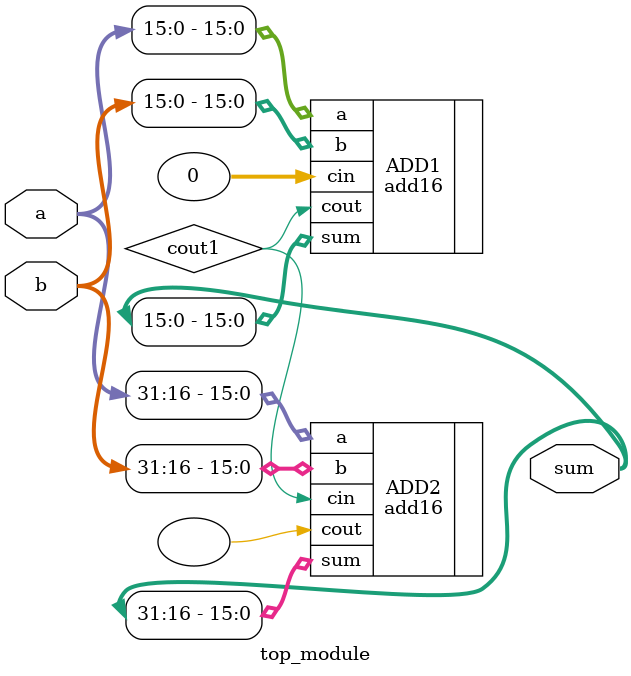
<source format=v>
module top_module(
    input [31:0] a,
    input [31:0] b,
    output [31:0] sum
);
    wire cout1;
    
    add16 ADD1(.a(a[15:0]), .b(b[15:0]), .cin(0), .sum(sum[15:0]), .cout(cout1) );
    add16 ADD2(.a(a[31:16]), .b(b[31:16]), .cin(cout1), .sum(sum[31:16]), .cout() );
    
endmodule

</source>
